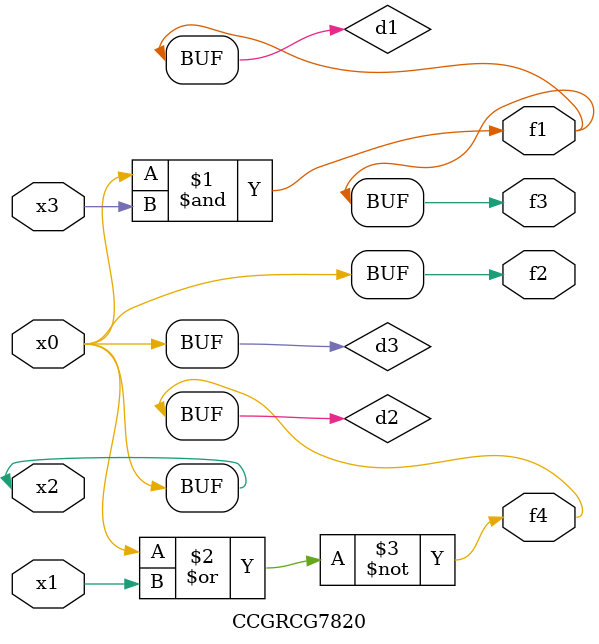
<source format=v>
module CCGRCG7820(
	input x0, x1, x2, x3,
	output f1, f2, f3, f4
);

	wire d1, d2, d3;

	and (d1, x2, x3);
	nor (d2, x0, x1);
	buf (d3, x0, x2);
	assign f1 = d1;
	assign f2 = d3;
	assign f3 = d1;
	assign f4 = d2;
endmodule

</source>
